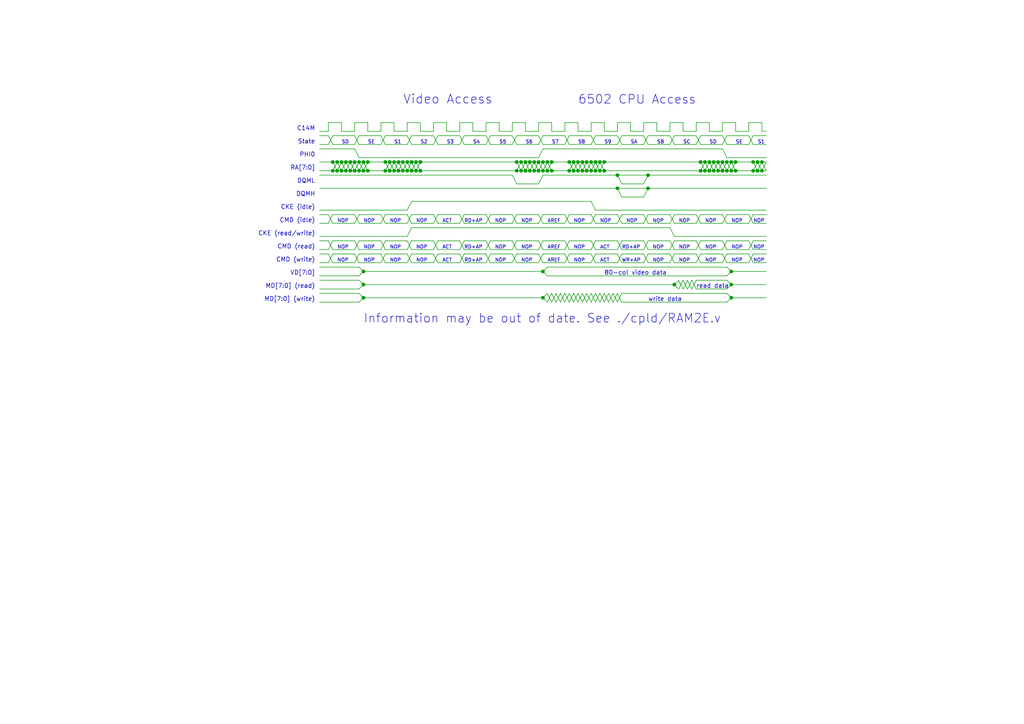
<source format=kicad_sch>
(kicad_sch (version 20230121) (generator eeschema)
  (paper "A4")
  (title_block (title "GW4203B (RAM2E II) - LCMXO2-640 / LCMXO2-1200") (date "2024-04-24") (rev "2.1") (company "Garrett's Workshop"))
  (lib_symbols)
  (junction (at 218.44 46.99))
  (junction (at 218.44 49.53))
  (junction (at 210.82 46.99))
  (junction (at 102.87 46.99))
  (junction (at 207.01 46.99))
  (junction (at 149.86 46.99))
  (junction (at 157.48 46.99))
  (junction (at 209.55 46.99))
  (junction (at 120.65 46.99))
  (junction (at 116.84 46.99))
  (junction (at 121.92 46.99))
  (junction (at 153.67 46.99))
  (junction (at 212.09 46.99))
  (junction (at 114.3 49.53))
  (junction (at 187.96 54.61))
  (junction (at 167.64 46.99))
  (junction (at 101.6 49.53))
  (junction (at 220.98 46.99))
  (junction (at 104.14 49.53))
  (junction (at 158.75 49.53))
  (junction (at 115.57 46.99))
  (junction (at 187.96 50.8))
  (junction (at 212.09 82.55))
  (junction (at 170.18 49.53))
  (junction (at 106.68 49.53))
  (junction (at 157.48 49.53))
  (junction (at 168.91 49.53))
  (junction (at 106.68 46.99))
  (junction (at 219.71 46.99))
  (junction (at 207.01 49.53))
  (junction (at 105.41 82.55))
  (junction (at 105.41 49.53))
  (junction (at 119.38 46.99))
  (junction (at 171.45 46.99))
  (junction (at 179.07 54.61))
  (junction (at 205.74 49.53))
  (junction (at 105.41 78.74))
  (junction (at 99.06 49.53))
  (junction (at 156.21 49.53))
  (junction (at 115.57 49.53))
  (junction (at 179.07 50.8))
  (junction (at 154.94 46.99))
  (junction (at 111.76 49.53))
  (junction (at 173.99 46.99))
  (junction (at 208.28 46.99))
  (junction (at 203.2 49.53))
  (junction (at 157.48 86.36))
  (junction (at 118.11 46.99))
  (junction (at 153.67 49.53))
  (junction (at 213.36 49.53))
  (junction (at 209.55 49.53))
  (junction (at 204.47 49.53))
  (junction (at 160.02 49.53))
  (junction (at 100.33 49.53))
  (junction (at 212.09 86.36))
  (junction (at 96.52 46.99))
  (junction (at 166.37 46.99))
  (junction (at 113.03 49.53))
  (junction (at 119.38 49.53))
  (junction (at 116.84 49.53))
  (junction (at 120.65 49.53))
  (junction (at 175.26 46.99))
  (junction (at 220.98 49.53))
  (junction (at 170.18 46.99))
  (junction (at 172.72 46.99))
  (junction (at 156.21 46.99))
  (junction (at 158.75 46.99))
  (junction (at 175.26 49.53))
  (junction (at 219.71 49.53))
  (junction (at 102.87 49.53))
  (junction (at 213.36 46.99))
  (junction (at 212.09 78.74))
  (junction (at 205.74 46.99))
  (junction (at 210.82 49.53))
  (junction (at 152.4 46.99))
  (junction (at 105.41 46.99))
  (junction (at 97.79 49.53))
  (junction (at 172.72 49.53))
  (junction (at 173.99 49.53))
  (junction (at 212.09 49.53))
  (junction (at 99.06 46.99))
  (junction (at 154.94 49.53))
  (junction (at 104.14 46.99))
  (junction (at 96.52 49.53))
  (junction (at 111.76 46.99))
  (junction (at 167.64 49.53))
  (junction (at 166.37 49.53))
  (junction (at 100.33 46.99))
  (junction (at 149.86 49.53))
  (junction (at 114.3 46.99))
  (junction (at 101.6 46.99))
  (junction (at 203.2 46.99))
  (junction (at 118.11 49.53))
  (junction (at 113.03 46.99))
  (junction (at 152.4 49.53))
  (junction (at 151.13 49.53))
  (junction (at 105.41 86.36))
  (junction (at 208.28 49.53))
  (junction (at 171.45 49.53))
  (junction (at 160.02 46.99))
  (junction (at 165.1 46.99))
  (junction (at 168.91 46.99))
  (junction (at 151.13 46.99))
  (junction (at 204.47 46.99))
  (junction (at 97.79 46.99))
  (junction (at 195.58 82.55))
  (junction (at 157.48 78.74))
  (junction (at 165.1 49.53))
  (junction (at 121.92 49.53))
  (wire (pts (xy 118.11 76.2) (xy 119.38 73.66)))
  (wire (pts (xy 111.76 72.39) (xy 118.11 72.39)))
  (wire (pts (xy 171.45 41.91) (xy 172.72 39.37)))
  (wire (pts (xy 167.64 85.09) (xy 168.91 87.63)))
  (wire (pts (xy 217.17 69.85) (xy 210.82 69.85)))
  (wire (pts (xy 163.83 87.63) (xy 165.1 85.09)))
  (wire (pts (xy 133.35 69.85) (xy 127 69.85)))
  (wire (pts (xy 149.86 46.99) (xy 151.13 46.99)))
  (wire (pts (xy 218.44 49.53) (xy 219.71 46.99)))
  (wire (pts (xy 148.59 69.85) (xy 142.24 69.85)))
  (wire (pts (xy 105.41 82.55) (xy 195.58 82.55)))
  (wire (pts (xy 201.93 76.2) (xy 203.2 73.66)))
  (wire (pts (xy 110.49 69.85) (xy 111.76 72.39)))
  (wire (pts (xy 198.12 35.56) (xy 198.12 38.1)))
  (wire (pts (xy 118.11 38.1) (xy 118.11 35.56)))
  (wire (pts (xy 110.49 64.77) (xy 111.76 62.23)))
  (wire (pts (xy 99.06 35.56) (xy 95.25 35.56)))
  (wire (pts (xy 100.33 46.99) (xy 101.6 49.53)))
  (wire (pts (xy 153.67 46.99) (xy 154.94 49.53)))
  (wire (pts (xy 102.87 62.23) (xy 96.52 62.23)))
  (wire (pts (xy 172.72 85.09) (xy 173.99 87.63)))
  (wire (pts (xy 209.55 62.23) (xy 210.82 64.77)))
  (wire (pts (xy 157.48 86.36) (xy 105.41 86.36)))
  (wire (pts (xy 151.13 49.53) (xy 152.4 46.99)))
  (wire (pts (xy 133.35 73.66) (xy 127 73.66)))
  (wire (pts (xy 133.35 72.39) (xy 134.62 69.85)))
  (wire (pts (xy 101.6 46.99) (xy 102.87 49.53)))
  (wire (pts (xy 217.17 62.23) (xy 210.82 62.23)))
  (wire (pts (xy 165.1 72.39) (xy 171.45 72.39)))
  (wire (pts (xy 186.69 76.2) (xy 187.96 73.66)))
  (wire (pts (xy 210.82 45.72) (xy 222.25 45.72)))
  (wire (pts (xy 96.52 41.91) (xy 102.87 41.91)))
  (wire (pts (xy 133.35 38.1) (xy 133.35 35.56)))
  (wire (pts (xy 125.73 39.37) (xy 119.38 39.37)))
  (wire (pts (xy 179.07 87.63) (xy 180.34 85.09)))
  (wire (pts (xy 102.87 49.53) (xy 104.14 49.53)))
  (wire (pts (xy 156.21 69.85) (xy 157.48 72.39)))
  (wire (pts (xy 179.07 64.77) (xy 180.34 62.23)))
  (wire (pts (xy 154.94 46.99) (xy 156.21 49.53)))
  (wire (pts (xy 172.72 49.53) (xy 173.99 49.53)))
  (wire (pts (xy 111.76 46.99) (xy 113.03 49.53)))
  (wire (pts (xy 100.33 46.99) (xy 101.6 46.99)))
  (wire (pts (xy 180.34 72.39) (xy 186.69 72.39)))
  (wire (pts (xy 158.75 80.01) (xy 210.82 80.01)))
  (wire (pts (xy 149.86 41.91) (xy 156.21 41.91)))
  (wire (pts (xy 186.69 53.34) (xy 187.96 50.8)))
  (wire (pts (xy 212.09 78.74) (xy 210.82 80.01)))
  (wire (pts (xy 220.98 35.56) (xy 220.98 38.1)))
  (wire (pts (xy 170.18 46.99) (xy 171.45 49.53)))
  (wire (pts (xy 114.3 35.56) (xy 114.3 38.1)))
  (wire (pts (xy 160.02 38.1) (xy 163.83 38.1)))
  (wire (pts (xy 166.37 85.09) (xy 167.64 87.63)))
  (wire (pts (xy 194.31 72.39) (xy 195.58 69.85)))
  (wire (pts (xy 118.11 72.39) (xy 119.38 69.85)))
  (wire (pts (xy 212.09 46.99) (xy 213.36 49.53)))
  (wire (pts (xy 96.52 49.53) (xy 97.79 46.99)))
  (wire (pts (xy 195.58 64.77) (xy 201.93 64.77)))
  (wire (pts (xy 153.67 46.99) (xy 154.94 46.99)))
  (wire (pts (xy 148.59 35.56) (xy 152.4 35.56)))
  (wire (pts (xy 179.07 69.85) (xy 172.72 69.85)))
  (wire (pts (xy 92.71 83.82) (xy 104.14 83.82)))
  (wire (pts (xy 118.11 68.58) (xy 92.71 68.58)))
  (wire (pts (xy 205.74 38.1) (xy 209.55 38.1)))
  (wire (pts (xy 118.11 69.85) (xy 111.76 69.85)))
  (wire (pts (xy 212.09 82.55) (xy 222.25 82.55)))
  (wire (pts (xy 173.99 85.09) (xy 175.26 87.63)))
  (wire (pts (xy 186.69 41.91) (xy 187.96 39.37)))
  (wire (pts (xy 152.4 38.1) (xy 156.21 38.1)))
  (wire (pts (xy 194.31 39.37) (xy 187.96 39.37)))
  (wire (pts (xy 99.06 35.56) (xy 99.06 38.1)))
  (wire (pts (xy 96.52 46.99) (xy 97.79 46.99)))
  (wire (pts (xy 195.58 41.91) (xy 201.93 41.91)))
  (wire (pts (xy 151.13 49.53) (xy 152.4 49.53)))
  (wire (pts (xy 168.91 46.99) (xy 170.18 49.53)))
  (wire (pts (xy 201.93 83.82) (xy 210.82 83.82)))
  (wire (pts (xy 92.71 77.47) (xy 104.14 77.47)))
  (wire (pts (xy 171.45 73.66) (xy 172.72 76.2)))
  (wire (pts (xy 171.45 64.77) (xy 172.72 62.23)))
  (wire (pts (xy 118.11 39.37) (xy 119.38 41.91)))
  (wire (pts (xy 110.49 62.23) (xy 111.76 64.77)))
  (wire (pts (xy 133.35 39.37) (xy 134.62 41.91)))
  (wire (pts (xy 119.38 72.39) (xy 125.73 72.39)))
  (wire (pts (xy 110.49 69.85) (xy 104.14 69.85)))
  (wire (pts (xy 163.83 64.77) (xy 165.1 62.23)))
  (wire (pts (xy 110.49 39.37) (xy 104.14 39.37)))
  (wire (pts (xy 160.02 46.99) (xy 165.1 46.99)))
  (wire (pts (xy 95.25 72.39) (xy 96.52 69.85)))
  (wire (pts (xy 222.25 39.37) (xy 218.44 39.37)))
  (wire (pts (xy 194.31 69.85) (xy 187.96 69.85)))
  (wire (pts (xy 105.41 82.55) (xy 104.14 83.82)))
  (wire (pts (xy 209.55 69.85) (xy 203.2 69.85)))
  (wire (pts (xy 201.93 64.77) (xy 203.2 62.23)))
  (wire (pts (xy 137.16 35.56) (xy 137.16 38.1)))
  (wire (pts (xy 95.25 64.77) (xy 96.52 62.23)))
  (wire (pts (xy 198.12 38.1) (xy 201.93 38.1)))
  (wire (pts (xy 104.14 76.2) (xy 110.49 76.2)))
  (wire (pts (xy 102.87 39.37) (xy 104.14 41.91)))
  (wire (pts (xy 209.55 41.91) (xy 210.82 39.37)))
  (wire (pts (xy 179.07 54.61) (xy 180.34 57.15)))
  (wire (pts (xy 205.74 46.99) (xy 207.01 49.53)))
  (wire (pts (xy 104.14 41.91) (xy 110.49 41.91)))
  (wire (pts (xy 92.71 80.01) (xy 104.14 80.01)))
  (wire (pts (xy 125.73 76.2) (xy 127 73.66)))
  (wire (pts (xy 101.6 49.53) (xy 102.87 46.99)))
  (wire (pts (xy 110.49 73.66) (xy 111.76 76.2)))
  (wire (pts (xy 201.93 69.85) (xy 195.58 69.85)))
  (wire (pts (xy 180.34 41.91) (xy 186.69 41.91)))
  (wire (pts (xy 156.21 39.37) (xy 149.86 39.37)))
  (wire (pts (xy 203.2 41.91) (xy 209.55 41.91)))
  (wire (pts (xy 219.71 49.53) (xy 220.98 46.99)))
  (wire (pts (xy 195.58 82.55) (xy 196.85 81.28)))
  (wire (pts (xy 99.06 49.53) (xy 100.33 49.53)))
  (wire (pts (xy 140.97 64.77) (xy 142.24 62.23)))
  (wire (pts (xy 120.65 46.99) (xy 121.92 46.99)))
  (wire (pts (xy 170.18 49.53) (xy 171.45 46.99)))
  (wire (pts (xy 203.2 49.53) (xy 204.47 49.53)))
  (wire (pts (xy 106.68 46.99) (xy 111.76 46.99)))
  (wire (pts (xy 95.25 69.85) (xy 92.71 69.85)))
  (wire (pts (xy 171.45 46.99) (xy 172.72 49.53)))
  (wire (pts (xy 186.69 69.85) (xy 180.34 69.85)))
  (wire (pts (xy 95.25 62.23) (xy 92.71 62.23)))
  (wire (pts (xy 104.14 46.99) (xy 105.41 49.53)))
  (wire (pts (xy 209.55 39.37) (xy 203.2 39.37)))
  (wire (pts (xy 168.91 85.09) (xy 170.18 87.63)))
  (wire (pts (xy 127 64.77) (xy 133.35 64.77)))
  (wire (pts (xy 149.86 72.39) (xy 156.21 72.39)))
  (wire (pts (xy 166.37 46.99) (xy 167.64 46.99)))
  (wire (pts (xy 175.26 38.1) (xy 179.07 38.1)))
  (wire (pts (xy 203.2 76.2) (xy 209.55 76.2)))
  (wire (pts (xy 97.79 49.53) (xy 99.06 49.53)))
  (wire (pts (xy 120.65 49.53) (xy 121.92 49.53)))
  (wire (pts (xy 209.55 73.66) (xy 203.2 73.66)))
  (wire (pts (xy 217.17 39.37) (xy 218.44 41.91)))
  (wire (pts (xy 204.47 46.99) (xy 205.74 49.53)))
  (wire (pts (xy 194.31 66.04) (xy 195.58 68.58)))
  (wire (pts (xy 179.07 50.8) (xy 180.34 53.34)))
  (wire (pts (xy 167.64 35.56) (xy 167.64 38.1)))
  (wire (pts (xy 156.21 46.99) (xy 157.48 49.53)))
  (wire (pts (xy 186.69 39.37) (xy 187.96 41.91)))
  (wire (pts (xy 210.82 41.91) (xy 217.17 41.91)))
  (wire (pts (xy 125.73 64.77) (xy 127 62.23)))
  (wire (pts (xy 172.72 72.39) (xy 179.07 72.39)))
  (wire (pts (xy 129.54 38.1) (xy 133.35 38.1)))
  (wire (pts (xy 194.31 35.56) (xy 198.12 35.56)))
  (wire (pts (xy 194.31 38.1) (xy 194.31 35.56)))
  (wire (pts (xy 172.72 64.77) (xy 179.07 64.77)))
  (wire (pts (xy 119.38 49.53) (xy 120.65 46.99)))
  (wire (pts (xy 102.87 73.66) (xy 104.14 76.2)))
  (wire (pts (xy 163.83 35.56) (xy 167.64 35.56)))
  (wire (pts (xy 182.88 38.1) (xy 186.69 38.1)))
  (wire (pts (xy 194.31 39.37) (xy 195.58 41.91)))
  (wire (pts (xy 179.07 39.37) (xy 180.34 41.91)))
  (wire (pts (xy 156.21 73.66) (xy 157.48 76.2)))
  (wire (pts (xy 133.35 62.23) (xy 134.62 64.77)))
  (wire (pts (xy 133.35 76.2) (xy 134.62 73.66)))
  (wire (pts (xy 209.55 39.37) (xy 210.82 41.91)))
  (wire (pts (xy 157.48 46.99) (xy 158.75 46.99)))
  (wire (pts (xy 212.09 49.53) (xy 213.36 46.99)))
  (wire (pts (xy 165.1 87.63) (xy 166.37 85.09)))
  (wire (pts (xy 210.82 81.28) (xy 212.09 82.55)))
  (wire (pts (xy 163.83 38.1) (xy 163.83 35.56)))
  (wire (pts (xy 102.87 49.53) (xy 104.14 46.99)))
  (wire (pts (xy 140.97 35.56) (xy 144.78 35.56)))
  (wire (pts (xy 207.01 49.53) (xy 208.28 46.99)))
  (wire (pts (xy 154.94 49.53) (xy 156.21 49.53)))
  (wire (pts (xy 194.31 64.77) (xy 195.58 62.23)))
  (wire (pts (xy 142.24 41.91) (xy 148.59 41.91)))
  (wire (pts (xy 179.07 72.39) (xy 180.34 69.85)))
  (wire (pts (xy 171.45 69.85) (xy 172.72 72.39)))
  (wire (pts (xy 140.97 73.66) (xy 142.24 76.2)))
  (wire (pts (xy 204.47 49.53) (xy 205.74 49.53)))
  (wire (pts (xy 201.93 62.23) (xy 195.58 62.23)))
  (wire (pts (xy 158.75 85.09) (xy 160.02 87.63)))
  (wire (pts (xy 179.07 62.23) (xy 172.72 62.23)))
  (wire (pts (xy 104.14 64.77) (xy 110.49 64.77)))
  (wire (pts (xy 172.72 60.96) (xy 222.25 60.96)))
  (wire (pts (xy 199.39 83.82) (xy 200.66 81.28)))
  (wire (pts (xy 158.75 49.53) (xy 160.02 46.99)))
  (wire (pts (xy 167.64 46.99) (xy 168.91 46.99)))
  (wire (pts (xy 196.85 83.82) (xy 198.12 81.28)))
  (wire (pts (xy 125.73 72.39) (xy 127 69.85)))
  (wire (pts (xy 163.83 62.23) (xy 165.1 64.77)))
  (wire (pts (xy 149.86 46.99) (xy 151.13 49.53)))
  (wire (pts (xy 114.3 46.99) (xy 115.57 49.53)))
  (wire (pts (xy 171.45 73.66) (xy 165.1 73.66)))
  (wire (pts (xy 156.21 39.37) (xy 157.48 41.91)))
  (wire (pts (xy 195.58 72.39) (xy 201.93 72.39)))
  (wire (pts (xy 118.11 39.37) (xy 111.76 39.37)))
  (wire (pts (xy 213.36 46.99) (xy 218.44 46.99)))
  (wire (pts (xy 111.76 64.77) (xy 118.11 64.77)))
  (wire (pts (xy 115.57 49.53) (xy 116.84 49.53)))
  (wire (pts (xy 95.25 38.1) (xy 92.71 38.1)))
  (wire (pts (xy 171.45 62.23) (xy 172.72 64.77)))
  (wire (pts (xy 163.83 73.66) (xy 157.48 73.66)))
  (wire (pts (xy 199.39 81.28) (xy 200.66 83.82)))
  (wire (pts (xy 156.21 64.77) (xy 157.48 62.23)))
  (wire (pts (xy 175.26 46.99) (xy 203.2 46.99)))
  (wire (pts (xy 102.87 69.85) (xy 96.52 69.85)))
  (wire (pts (xy 140.97 69.85) (xy 134.62 69.85)))
  (wire (pts (xy 121.92 38.1) (xy 125.73 38.1)))
  (wire (pts (xy 106.68 35.56) (xy 106.68 38.1)))
  (wire (pts (xy 96.52 46.99) (xy 97.79 49.53)))
  (wire (pts (xy 120.65 49.53) (xy 121.92 46.99)))
  (wire (pts (xy 134.62 76.2) (xy 140.97 76.2)))
  (wire (pts (xy 154.94 46.99) (xy 156.21 46.99)))
  (wire (pts (xy 177.8 87.63) (xy 179.07 85.09)))
  (wire (pts (xy 173.99 46.99) (xy 175.26 46.99)))
  (wire (pts (xy 198.12 81.28) (xy 199.39 83.82)))
  (wire (pts (xy 173.99 49.53) (xy 175.26 46.99)))
  (wire (pts (xy 213.36 35.56) (xy 213.36 38.1)))
  (wire (pts (xy 165.1 49.53) (xy 166.37 46.99)))
  (wire (pts (xy 156.21 62.23) (xy 149.86 62.23)))
  (wire (pts (xy 217.17 72.39) (xy 218.44 69.85)))
  (wire (pts (xy 105.41 78.74) (xy 157.48 78.74)))
  (wire (pts (xy 133.35 62.23) (xy 127 62.23)))
  (wire (pts (xy 110.49 73.66) (xy 104.14 73.66)))
  (wire (pts (xy 110.49 41.91) (xy 111.76 39.37)))
  (wire (pts (xy 148.59 50.8) (xy 149.86 53.34)))
  (wire (pts (xy 95.25 72.39) (xy 92.71 72.39)))
  (wire (pts (xy 170.18 49.53) (xy 171.45 49.53)))
  (wire (pts (xy 186.69 73.66) (xy 180.34 73.66)))
  (wire (pts (xy 161.29 87.63) (xy 162.56 85.09)))
  (wire (pts (xy 118.11 73.66) (xy 111.76 73.66)))
  (wire (pts (xy 133.35 64.77) (xy 134.62 62.23)))
  (wire (pts (xy 114.3 46.99) (xy 115.57 46.99)))
  (wire (pts (xy 105.41 86.36) (xy 104.14 87.63)))
  (wire (pts (xy 163.83 85.09) (xy 165.1 87.63)))
  (wire (pts (xy 148.59 39.37) (xy 142.24 39.37)))
  (wire (pts (xy 171.45 46.99) (xy 172.72 46.99)))
  (wire (pts (xy 179.07 38.1) (xy 179.07 35.56)))
  (wire (pts (xy 156.21 35.56) (xy 160.02 35.56)))
  (wire (pts (xy 201.93 62.23) (xy 203.2 64.77)))
  (wire (pts (xy 171.45 72.39) (xy 172.72 69.85)))
  (wire (pts (xy 119.38 46.99) (xy 120.65 49.53)))
  (wire (pts (xy 140.97 72.39) (xy 142.24 69.85)))
  (wire (pts (xy 163.83 62.23) (xy 157.48 62.23)))
  (wire (pts (xy 217.17 76.2) (xy 218.44 73.66)))
  (wire (pts (xy 120.65 46.99) (xy 121.92 49.53)))
  (wire (pts (xy 218.44 64.77) (xy 222.25 64.77)))
  (wire (pts (xy 186.69 62.23) (xy 180.34 62.23)))
  (wire (pts (xy 168.91 49.53) (xy 170.18 49.53)))
  (wire (pts (xy 201.93 35.56) (xy 205.74 35.56)))
  (wire (pts (xy 220.98 46.99) (xy 222.25 49.53)))
  (wire (pts (xy 154.94 49.53) (xy 156.21 46.99)))
  (wire (pts (xy 179.07 35.56) (xy 182.88 35.56)))
  (wire (pts (xy 156.21 76.2) (xy 157.48 73.66)))
  (wire (pts (xy 118.11 41.91) (xy 119.38 39.37)))
  (wire (pts (xy 148.59 62.23) (xy 142.24 62.23)))
  (wire (pts (xy 182.88 35.56) (xy 182.88 38.1)))
  (wire (pts (xy 156.21 53.34) (xy 157.48 50.8)))
  (wire (pts (xy 134.62 72.39) (xy 140.97 72.39)))
  (wire (pts (xy 102.87 39.37) (xy 96.52 39.37)))
  (wire (pts (xy 144.78 38.1) (xy 148.59 38.1)))
  (wire (pts (xy 99.06 49.53) (xy 100.33 46.99)))
  (wire (pts (xy 140.97 39.37) (xy 142.24 41.91)))
  (wire (pts (xy 171.45 85.09) (xy 172.72 87.63)))
  (wire (pts (xy 201.93 81.28) (xy 210.82 81.28)))
  (wire (pts (xy 176.53 87.63) (xy 177.8 85.09)))
  (wire (pts (xy 222.25 62.23) (xy 218.44 62.23)))
  (wire (pts (xy 167.64 49.53) (xy 168.91 46.99)))
  (wire (pts (xy 95.25 76.2) (xy 92.71 76.2)))
  (wire (pts (xy 172.72 46.99) (xy 173.99 46.99)))
  (wire (pts (xy 118.11 35.56) (xy 121.92 35.56)))
  (wire (pts (xy 196.85 81.28) (xy 198.12 83.82)))
  (wire (pts (xy 210.82 76.2) (xy 217.17 76.2)))
  (wire (pts (xy 217.17 69.85) (xy 218.44 72.39)))
  (wire (pts (xy 153.67 49.53) (xy 154.94 49.53)))
  (wire (pts (xy 100.33 49.53) (xy 101.6 49.53)))
  (wire (pts (xy 104.14 46.99) (xy 105.41 46.99)))
  (wire (pts (xy 163.83 39.37) (xy 165.1 41.91)))
  (wire (pts (xy 148.59 73.66) (xy 149.86 76.2)))
  (wire (pts (xy 201.93 73.66) (xy 203.2 76.2)))
  (wire (pts (xy 207.01 46.99) (xy 208.28 46.99)))
  (wire (pts (xy 201.93 38.1) (xy 201.93 35.56)))
  (wire (pts (xy 157.48 41.91) (xy 163.83 41.91)))
  (wire (pts (xy 110.49 76.2) (xy 111.76 73.66)))
  (wire (pts (xy 156.21 38.1) (xy 156.21 35.56)))
  (wire (pts (xy 104.14 49.53) (xy 105.41 46.99)))
  (wire (pts (xy 119.38 41.91) (xy 125.73 41.91)))
  (wire (pts (xy 158.75 77.47) (xy 210.82 77.47)))
  (wire (pts (xy 92.71 49.53) (xy 96.52 49.53)))
  (wire (pts (xy 140.97 41.91) (xy 142.24 39.37)))
  (wire (pts (xy 210.82 46.99) (xy 212.09 49.53)))
  (wire (pts (xy 140.97 76.2) (xy 142.24 73.66)))
  (wire (pts (xy 201.93 39.37) (xy 203.2 41.91)))
  (wire (pts (xy 179.07 69.85) (xy 180.34 72.39)))
  (wire (pts (xy 179.07 50.8) (xy 187.96 50.8)))
  (wire (pts (xy 171.45 58.42) (xy 172.72 60.96)))
  (wire (pts (xy 101.6 46.99) (xy 102.87 46.99)))
  (wire (pts (xy 194.31 62.23) (xy 195.58 64.77)))
  (wire (pts (xy 165.1 85.09) (xy 166.37 87.63)))
  (wire (pts (xy 96.52 72.39) (xy 102.87 72.39)))
  (wire (pts (xy 115.57 46.99) (xy 116.84 49.53)))
  (wire (pts (xy 217.17 73.66) (xy 210.82 73.66)))
  (wire (pts (xy 217.17 64.77) (xy 218.44 62.23)))
  (wire (pts (xy 140.97 69.85) (xy 142.24 72.39)))
  (wire (pts (xy 205.74 35.56) (xy 205.74 38.1)))
  (wire (pts (xy 173.99 46.99) (xy 175.26 49.53)))
  (wire (pts (xy 180.34 76.2) (xy 186.69 76.2)))
  (wire (pts (xy 114.3 49.53) (xy 115.57 49.53)))
  (wire (pts (xy 95.25 73.66) (xy 92.71 73.66)))
  (wire (pts (xy 163.83 73.66) (xy 165.1 76.2)))
  (wire (pts (xy 133.35 39.37) (xy 127 39.37)))
  (wire (pts (xy 205.74 46.99) (xy 207.01 46.99)))
  (wire (pts (xy 158.75 46.99) (xy 160.02 46.99)))
  (wire (pts (xy 140.97 73.66) (xy 134.62 73.66)))
  (wire (pts (xy 156.21 49.53) (xy 157.48 49.53)))
  (wire (pts (xy 92.71 54.61) (xy 179.07 54.61)))
  (wire (pts (xy 209.55 72.39) (xy 210.82 69.85)))
  (wire (pts (xy 148.59 69.85) (xy 149.86 72.39)))
  (wire (pts (xy 118.11 46.99) (xy 119.38 46.99)))
  (wire (pts (xy 210.82 49.53) (xy 212.09 46.99)))
  (wire (pts (xy 171.45 39.37) (xy 165.1 39.37)))
  (wire (pts (xy 166.37 87.63) (xy 167.64 85.09)))
  (wire (pts (xy 212.09 49.53) (xy 213.36 49.53)))
  (wire (pts (xy 118.11 60.96) (xy 92.71 60.96)))
  (wire (pts (xy 173.99 87.63) (xy 175.26 85.09)))
  (wire (pts (xy 105.41 46.99) (xy 106.68 46.99)))
  (wire (pts (xy 92.71 87.63) (xy 104.14 87.63)))
  (wire (pts (xy 190.5 35.56) (xy 190.5 38.1)))
  (wire (pts (xy 125.73 41.91) (xy 127 39.37)))
  (wire (pts (xy 133.35 69.85) (xy 134.62 72.39)))
  (wire (pts (xy 212.09 82.55) (xy 210.82 83.82)))
  (wire (pts (xy 165.1 46.99) (xy 166.37 49.53)))
  (wire (pts (xy 104.14 49.53) (xy 105.41 49.53)))
  (wire (pts (xy 148.59 72.39) (xy 149.86 69.85)))
  (wire (pts (xy 157.48 86.36) (xy 158.75 87.63)))
  (wire (pts (xy 220.98 46.99) (xy 222.25 46.99)))
  (wire (pts (xy 134.62 64.77) (xy 140.97 64.77)))
  (wire (pts (xy 179.07 73.66) (xy 172.72 73.66)))
  (wire (pts (xy 172.72 46.99) (xy 173.99 49.53)))
  (wire (pts (xy 212.09 86.36) (xy 210.82 87.63)))
  (wire (pts (xy 125.73 69.85) (xy 119.38 69.85)))
  (wire (pts (xy 142.24 72.39) (xy 148.59 72.39)))
  (wire (pts (xy 121.92 46.99) (xy 149.86 46.99)))
  (wire (pts (xy 186.69 72.39) (xy 187.96 69.85)))
  (wire (pts (xy 95.25 64.77) (xy 92.71 64.77)))
  (wire (pts (xy 176.53 85.09) (xy 177.8 87.63)))
  (wire (pts (xy 160.02 85.09) (xy 161.29 87.63)))
  (wire (pts (xy 156.21 41.91) (xy 157.48 39.37)))
  (wire (pts (xy 99.06 46.99) (xy 100.33 46.99)))
  (wire (pts (xy 156.21 45.72) (xy 157.48 43.18)))
  (wire (pts (xy 119.38 64.77) (xy 125.73 64.77)))
  (wire (pts (xy 102.87 72.39) (xy 104.14 69.85)))
  (wire (pts (xy 194.31 76.2) (xy 195.58 73.66)))
  (wire (pts (xy 160.02 87.63) (xy 161.29 85.09)))
  (wire (pts (xy 118.11 49.53) (xy 119.38 46.99)))
  (wire (pts (xy 194.31 69.85) (xy 195.58 72.39)))
  (wire (pts (xy 121.92 35.56) (xy 121.92 38.1)))
  (wire (pts (xy 102.87 46.99) (xy 104.14 49.53)))
  (wire (pts (xy 152.4 49.53) (xy 153.67 46.99)))
  (wire (pts (xy 114.3 49.53) (xy 115.57 46.99)))
  (wire (pts (xy 218.44 72.39) (xy 222.25 72.39)))
  (wire (pts (xy 194.31 66.04) (xy 119.38 66.04)))
  (wire (pts (xy 217.17 73.66) (xy 218.44 76.2)))
  (wire (pts (xy 213.36 38.1) (xy 217.17 38.1)))
  (wire (pts (xy 113.03 49.53) (xy 114.3 49.53)))
  (wire (pts (xy 102.87 69.85) (xy 104.14 72.39)))
  (wire (pts (xy 210.82 72.39) (xy 217.17 72.39)))
  (wire (pts (xy 175.26 87.63) (xy 176.53 85.09)))
  (wire (pts (xy 110.49 72.39) (xy 111.76 69.85)))
  (wire (pts (xy 179.07 85.09) (xy 180.34 87.63)))
  (wire (pts (xy 217.17 38.1) (xy 217.17 35.56)))
  (wire (pts (xy 149.86 49.53) (xy 151.13 49.53)))
  (wire (pts (xy 209.55 76.2) (xy 210.82 73.66)))
  (wire (pts (xy 96.52 64.77) (xy 102.87 64.77)))
  (wire (pts (xy 119.38 66.04) (xy 118.11 68.58)))
  (wire (pts (xy 179.07 39.37) (xy 172.72 39.37)))
  (wire (pts (xy 179.07 62.23) (xy 180.34 64.77)))
  (wire (pts (xy 102.87 43.18) (xy 104.14 45.72)))
  (wire (pts (xy 163.83 76.2) (xy 165.1 73.66)))
  (wire (pts (xy 157.48 78.74) (xy 158.75 77.47)))
  (wire (pts (xy 217.17 39.37) (xy 210.82 39.37)))
  (wire (pts (xy 157.48 64.77) (xy 163.83 64.77)))
  (wire (pts (xy 201.93 39.37) (xy 195.58 39.37)))
  (wire (pts (xy 186.69 69.85) (xy 187.96 72.39)))
  (wire (pts (xy 167.64 46.99) (xy 168.91 49.53)))
  (wire (pts (xy 111.76 49.53) (xy 113.03 46.99)))
  (wire (pts (xy 187.96 72.39) (xy 194.31 72.39)))
  (wire (pts (xy 190.5 38.1) (xy 194.31 38.1)))
  (wire (pts (xy 163.83 69.85) (xy 157.48 69.85)))
  (wire (pts (xy 149.86 64.77) (xy 156.21 64.77)))
  (wire (pts (xy 207.01 49.53) (xy 208.28 49.53)))
  (wire (pts (xy 186.69 57.15) (xy 187.96 54.61)))
  (wire (pts (xy 163.83 72.39) (xy 165.1 69.85)))
  (wire (pts (xy 165.1 64.77) (xy 171.45 64.77)))
  (wire (pts (xy 201.93 73.66) (xy 195.58 73.66)))
  (wire (pts (xy 110.49 39.37) (xy 111.76 41.91)))
  (wire (pts (xy 102.87 46.99) (xy 104.14 46.99)))
  (wire (pts (xy 158.75 46.99) (xy 160.02 49.53)))
  (wire (pts (xy 208.28 46.99) (xy 209.55 46.99)))
  (wire (pts (xy 105.41 78.74) (xy 104.14 80.01)))
  (wire (pts (xy 162.56 85.09) (xy 163.83 87.63)))
  (wire (pts (xy 220.98 38.1) (xy 222.25 38.1)))
  (wire (pts (xy 105.41 49.53) (xy 106.68 46.99)))
  (wire (pts (xy 171.45 69.85) (xy 165.1 69.85)))
  (wire (pts (xy 187.96 76.2) (xy 194.31 76.2)))
  (wire (pts (xy 171.45 39.37) (xy 172.72 41.91)))
  (wire (pts (xy 157.48 46.99) (xy 158.75 49.53)))
  (wire (pts (xy 116.84 49.53) (xy 118.11 46.99)))
  (wire (pts (xy 97.79 46.99) (xy 99.06 46.99)))
  (wire (pts (xy 212.09 78.74) (xy 222.25 78.74)))
  (wire (pts (xy 133.35 41.91) (xy 134.62 39.37)))
  (wire (pts (xy 125.73 62.23) (xy 119.38 62.23)))
  (wire (pts (xy 157.48 43.18) (xy 209.55 43.18)))
  (wire (pts (xy 209.55 46.99) (xy 210.82 46.99)))
  (wire (pts (xy 208.28 46.99) (xy 209.55 49.53)))
  (wire (pts (xy 92.71 81.28) (xy 104.14 81.28)))
  (wire (pts (xy 213.36 49.53) (xy 218.44 49.53)))
  (wire (pts (xy 209.55 38.1) (xy 209.55 35.56)))
  (wire (pts (xy 125.73 73.66) (xy 119.38 73.66)))
  (wire (pts (xy 105.41 49.53) (xy 106.68 49.53)))
  (wire (pts (xy 148.59 39.37) (xy 149.86 41.91)))
  (wire (pts (xy 170.18 85.09) (xy 171.45 87.63)))
  (wire (pts (xy 102.87 76.2) (xy 104.14 73.66)))
  (wire (pts (xy 194.31 41.91) (xy 195.58 39.37)))
  (wire (pts (xy 205.74 49.53) (xy 207.01 46.99)))
  (wire (pts (xy 148.59 62.23) (xy 149.86 64.77)))
  (wire (pts (xy 171.45 38.1) (xy 171.45 35.56)))
  (wire (pts (xy 171.45 49.53) (xy 172.72 49.53)))
  (wire (pts (xy 104.14 77.47) (xy 105.41 78.74)))
  (wire (pts (xy 222.25 73.66) (xy 218.44 73.66)))
  (wire (pts (xy 114.3 38.1) (xy 118.11 38.1)))
  (wire (pts (xy 218.44 76.2) (xy 222.25 76.2)))
  (wire (pts (xy 104.14 72.39) (xy 110.49 72.39)))
  (wire (pts (xy 186.69 64.77) (xy 187.96 62.23)))
  (wire (pts (xy 161.29 85.09) (xy 162.56 87.63)))
  (wire (pts (xy 110.49 62.23) (xy 104.14 62.23)))
  (wire (pts (xy 156.21 73.66) (xy 149.86 73.66)))
  (wire (pts (xy 104.14 85.09) (xy 105.41 86.36)))
  (wire (pts (xy 113.03 49.53) (xy 114.3 46.99)))
  (wire (pts (xy 209.55 69.85) (xy 210.82 72.39)))
  (wire (pts (xy 156.21 49.53) (xy 157.48 46.99)))
  (wire (pts (xy 142.24 64.77) (xy 148.59 64.77)))
  (wire (pts (xy 219.71 49.53) (xy 220.98 49.53)))
  (wire (pts (xy 210.82 49.53) (xy 212.09 49.53)))
  (wire (pts (xy 95.25 69.85) (xy 96.52 72.39)))
  (wire (pts (xy 118.11 62.23) (xy 119.38 64.77)))
  (wire (pts (xy 210.82 77.47) (xy 212.09 78.74)))
  (wire (pts (xy 160.02 35.56) (xy 160.02 38.1)))
  (wire (pts (xy 121.92 49.53) (xy 149.86 49.53)))
  (wire (pts (xy 195.58 82.55) (xy 196.85 83.82)))
  (wire (pts (xy 129.54 35.56) (xy 129.54 38.1)))
  (wire (pts (xy 157.48 76.2) (xy 163.83 76.2)))
  (wire (pts (xy 168.91 49.53) (xy 170.18 46.99)))
  (wire (pts (xy 157.48 50.8) (xy 179.07 50.8)))
  (wire (pts (xy 95.25 35.56) (xy 95.25 38.1)))
  (wire (pts (xy 220.98 49.53) (xy 222.25 49.53)))
  (wire (pts (xy 92.71 50.8) (xy 148.59 50.8)))
  (wire (pts (xy 194.31 73.66) (xy 187.96 73.66)))
  (wire (pts (xy 175.26 49.53) (xy 203.2 49.53)))
  (wire (pts (xy 165.1 76.2) (xy 171.45 76.2)))
  (wire (pts (xy 208.28 49.53) (xy 209.55 49.53)))
  (wire (pts (xy 218.44 49.53) (xy 219.71 49.53)))
  (wire (pts (xy 172.72 76.2) (xy 179.07 76.2)))
  (wire (pts (xy 175.26 35.56) (xy 175.26 38.1)))
  (wire (pts (xy 152.4 46.99) (xy 153.67 46.99)))
  (wire (pts (xy 102.87 41.91) (xy 104.14 39.37)))
  (wire (pts (xy 111.76 76.2) (xy 118.11 76.2)))
  (wire (pts (xy 142.24 76.2) (xy 148.59 76.2)))
  (wire (pts (xy 102.87 38.1) (xy 102.87 35.56)))
  (wire (pts (xy 140.97 39.37) (xy 134.62 39.37)))
  (wire (pts (xy 201.93 69.85) (xy 203.2 72.39)))
  (wire (pts (xy 165.1 49.53) (xy 166.37 49.53)))
  (wire (pts (xy 118.11 46.99) (xy 119.38 49.53)))
  (wire (pts (xy 171.45 87.63) (xy 172.72 85.09)))
  (wire (pts (xy 105.41 46.99) (xy 106.68 49.53)))
  (wire (pts (xy 163.83 39.37) (xy 157.48 39.37)))
  (wire (pts (xy 125.73 38.1) (xy 125.73 35.56)))
  (wire (pts (xy 179.07 73.66) (xy 180.34 76.2)))
  (wire (pts (xy 110.49 35.56) (xy 114.3 35.56)))
  (wire (pts (xy 96.52 49.53) (xy 97.79 49.53)))
  (wire (pts (xy 95.25 41.91) (xy 92.71 41.91)))
  (wire (pts (xy 166.37 46.99) (xy 167.64 49.53)))
  (wire (pts (xy 218.44 46.99) (xy 219.71 49.53)))
  (wire (pts (xy 170.18 46.99) (xy 171.45 46.99)))
  (wire (pts (xy 140.97 38.1) (xy 140.97 35.56)))
  (wire (pts (xy 134.62 41.91) (xy 140.97 41.91)))
  (wire (pts (xy 210.82 85.09) (xy 212.09 86.36)))
  (wire (pts (xy 158.75 87.63) (xy 160.02 85.09)))
  (wire (pts (xy 167.64 38.1) (xy 171.45 38.1)))
  (wire (pts (xy 171.45 49.53) (xy 172.72 46.99)))
  (wire (pts (xy 198.12 83.82) (xy 199.39 81.28)))
  (wire (pts (xy 173.99 49.53) (xy 175.26 49.53)))
  (wire (pts (xy 92.71 43.18) (xy 102.87 43.18)))
  (wire (pts (xy 195.58 68.58) (xy 222.25 68.58)))
  (wire (pts (xy 194.31 73.66) (xy 195.58 76.2)))
  (wire (pts (xy 151.13 46.99) (xy 152.4 49.53)))
  (wire (pts (xy 125.73 39.37) (xy 127 41.91)))
  (wire (pts (xy 179.07 76.2) (xy 180.34 73.66)))
  (wire (pts (xy 180.34 57.15) (xy 186.69 57.15)))
  (wire (pts (xy 208.28 49.53) (xy 209.55 46.99)))
  (wire (pts (xy 157.48 86.36) (xy 158.75 85.09)))
  (wire (pts (xy 115.57 46.99) (xy 116.84 46.99)))
  (wire (pts (xy 166.37 49.53) (xy 167.64 46.99)))
  (wire (pts (xy 151.13 46.99) (xy 152.4 46.99)))
  (wire (pts (xy 95.25 41.91) (xy 96.52 39.37)))
  (wire (pts (xy 156.21 72.39) (xy 157.48 69.85)))
  (wire (pts (xy 116.84 46.99) (xy 118.11 46.99)))
  (wire (pts (xy 125.73 35.56) (xy 129.54 35.56)))
  (wire (pts (xy 168.91 87.63) (xy 170.18 85.09)))
  (wire (pts (xy 102.87 35.56) (xy 106.68 35.56)))
  (wire (pts (xy 218.44 41.91) (xy 222.25 41.91)))
  (wire (pts (xy 170.18 87.63) (xy 171.45 85.09)))
  (wire (pts (xy 172.72 41.91) (xy 179.07 41.91)))
  (wire (pts (xy 163.83 41.91) (xy 165.1 39.37)))
  (wire (pts (xy 171.45 58.42) (xy 119.38 58.42)))
  (wire (pts (xy 133.35 73.66) (xy 134.62 76.2)))
  (wire (pts (xy 194.31 62.23) (xy 187.96 62.23)))
  (wire (pts (xy 115.57 49.53) (xy 116.84 46.99)))
  (wire (pts (xy 113.03 46.99) (xy 114.3 49.53)))
  (wire (pts (xy 186.69 73.66) (xy 187.96 76.2)))
  (wire (pts (xy 210.82 64.77) (xy 217.17 64.77)))
  (wire (pts (xy 116.84 49.53) (xy 118.11 49.53)))
  (wire (pts (xy 118.11 64.77) (xy 119.38 62.23)))
  (wire (pts (xy 148.59 64.77) (xy 149.86 62.23)))
  (wire (pts (xy 102.87 64.77) (xy 104.14 62.23)))
  (wire (pts (xy 111.76 41.91) (xy 118.11 41.91)))
  (wire (pts (xy 186.69 39.37) (xy 180.34 39.37)))
  (wire (pts (xy 187.96 54.61) (xy 222.25 54.61)))
  (wire (pts (xy 219.71 46.99) (xy 220.98 46.99)))
  (wire (pts (xy 180.34 64.77) (xy 186.69 64.77)))
  (wire (pts (xy 168.91 46.99) (xy 170.18 46.99)))
  (wire (pts (xy 111.76 46.99) (xy 113.03 46.99)))
  (wire (pts (xy 209.55 62.23) (xy 203.2 62.23)))
  (wire (pts (xy 180.34 53.34) (xy 186.69 53.34)))
  (wire (pts (xy 119.38 49.53) (xy 120.65 49.53)))
  (wire (pts (xy 207.01 46.99) (xy 208.28 49.53)))
  (wire (pts (xy 110.49 38.1) (xy 110.49 35.56)))
  (wire (pts (xy 148.59 38.1) (xy 148.59 35.56)))
  (wire (pts (xy 171.45 76.2) (xy 172.72 73.66)))
  (wire (pts (xy 167.64 49.53) (xy 168.91 49.53)))
  (wire (pts (xy 118.11 62.23) (xy 111.76 62.23)))
  (wire (pts (xy 97.79 46.99) (xy 99.06 49.53)))
  (wire (pts (xy 171.45 35.56) (xy 175.26 35.56)))
  (wire (pts (xy 95.25 73.66) (xy 96.52 76.2)))
  (wire (pts (xy 125.73 73.66) (xy 127 76.2)))
  (wire (pts (xy 217.17 62.23) (xy 218.44 64.77)))
  (wire (pts (xy 144.78 35.56) (xy 144.78 38.1)))
  (wire (pts (xy 187.96 41.91) (xy 194.31 41.91)))
  (wire (pts (xy 205.74 49.53) (xy 207.01 49.53)))
  (wire (pts (xy 152.4 49.53) (xy 153.67 49.53)))
  (wire (pts (xy 179.07 41.91) (xy 180.34 39.37)))
  (wire (pts (xy 186.69 35.56) (xy 190.5 35.56)))
  (wire (pts (xy 195.58 76.2) (xy 201.93 76.2)))
  (wire (pts (xy 96.52 76.2) (xy 102.87 76.2)))
  (wire (pts (xy 209.55 46.99) (xy 210.82 49.53)))
  (wire (pts (xy 102.87 62.23) (xy 104.14 64.77)))
  (wire (pts (xy 92.71 85.09) (xy 104.14 85.09)))
  (wire (pts (xy 119.38 46.99) (xy 120.65 46.99)))
  (wire (pts (xy 95.25 76.2) (xy 96.52 73.66)))
  (wire (pts (xy 187.96 50.8) (xy 222.25 50.8)))
  (wire (pts (xy 212.09 86.36) (xy 222.25 86.36)))
  (wire (pts (xy 156.21 46.99) (xy 157.48 46.99)))
  (wire (pts (xy 209.55 35.56) (xy 213.36 35.56)))
  (wire (pts (xy 127 41.91) (xy 133.35 41.91)))
  (wire (pts (xy 157.48 78.74) (xy 158.75 80.01)))
  (wire (pts (xy 113.03 46.99) (xy 114.3 46.99)))
  (wire (pts (xy 203.2 46.99) (xy 204.47 46.99)))
  (wire (pts (xy 187.96 64.77) (xy 194.31 64.77)))
  (wire (pts (xy 118.11 49.53) (xy 119.38 49.53)))
  (wire (pts (xy 204.47 49.53) (xy 205.74 46.99)))
  (wire (pts (xy 209.55 49.53) (xy 210.82 49.53)))
  (wire (pts (xy 210.82 46.99) (xy 212.09 46.99)))
  (wire (pts (xy 127 72.39) (xy 133.35 72.39)))
  (wire (pts (xy 203.2 49.53) (xy 204.47 46.99)))
  (wire (pts (xy 160.02 49.53) (xy 165.1 49.53)))
  (wire (pts (xy 118.11 69.85) (xy 119.38 72.39)))
  (wire (pts (xy 209.55 64.77) (xy 210.82 62.23)))
  (wire (pts (xy 217.17 41.91) (xy 218.44 39.37)))
  (wire (pts (xy 163.83 69.85) (xy 165.1 72.39)))
  (wire (pts (xy 148.59 41.91) (xy 149.86 39.37)))
  (wire (pts (xy 158.75 49.53) (xy 160.02 49.53)))
  (wire (pts (xy 95.25 39.37) (xy 96.52 41.91)))
  (wire (pts (xy 218.44 46.99) (xy 219.71 46.99)))
  (wire (pts (xy 95.25 39.37) (xy 92.71 39.37)))
  (wire (pts (xy 133.35 35.56) (xy 137.16 35.56)))
  (wire (pts (xy 157.48 72.39) (xy 163.83 72.39)))
  (wire (pts (xy 203.2 46.99) (xy 204.47 49.53)))
  (wire (pts (xy 152.4 35.56) (xy 152.4 38.1)))
  (wire (pts (xy 179.07 54.61) (xy 187.96 54.61)))
  (wire (pts (xy 157.48 49.53) (xy 158.75 46.99)))
  (wire (pts (xy 222.25 69.85) (xy 218.44 69.85)))
  (wire (pts (xy 106.68 49.53) (xy 111.76 49.53)))
  (wire (pts (xy 157.48 49.53) (xy 158.75 49.53)))
  (wire (pts (xy 172.72 49.53) (xy 173.99 46.99)))
  (wire (pts (xy 171.45 62.23) (xy 165.1 62.23)))
  (wire (pts (xy 99.06 46.99) (xy 100.33 49.53)))
  (wire (pts (xy 220.98 49.53) (xy 222.25 46.99)))
  (wire (pts (xy 165.1 41.91) (xy 171.45 41.91)))
  (wire (pts (xy 200.66 83.82) (xy 201.93 81.28)))
  (wire (pts (xy 148.59 73.66) (xy 142.24 73.66)))
  (wire (pts (xy 186.69 38.1) (xy 186.69 35.56)))
  (wire (pts (xy 92.71 46.99) (xy 96.52 46.99)))
  (wire (pts (xy 177.8 85.09) (xy 179.07 87.63)))
  (wire (pts (xy 201.93 72.39) (xy 203.2 69.85)))
  (wire (pts (xy 203.2 72.39) (xy 209.55 72.39)))
  (wire (pts (xy 165.1 46.99) (xy 166.37 46.99)))
  (wire (pts (xy 153.67 49.53) (xy 154.94 46.99)))
  (wire (pts (xy 209.55 43.18) (xy 210.82 45.72)))
  (wire (pts (xy 149.86 49.53) (xy 151.13 46.99)))
  (wire (pts (xy 99.06 38.1) (xy 102.87 38.1)))
  (wire (pts (xy 104.14 81.28) (xy 105.41 82.55)))
  (wire (pts (xy 97.79 49.53) (xy 99.06 46.99)))
  (wire (pts (xy 212.09 46.99) (xy 213.36 46.99)))
  (wire (pts (xy 137.16 38.1) (xy 140.97 38.1)))
  (wire (pts (xy 149.86 76.2) (xy 156.21 76.2)))
  (wire (pts (xy 149.86 53.34) (xy 156.21 53.34)))
  (wire (pts (xy 127 76.2) (xy 133.35 76.2)))
  (wire (pts (xy 148.59 76.2) (xy 149.86 73.66)))
  (wire (pts (xy 140.97 62.23) (xy 142.24 64.77)))
  (wire (pts (xy 119.38 58.42) (xy 118.11 60.96)))
  (wire (pts (xy 172.72 87.63) (xy 173.99 85.09)))
  (wire (pts (xy 209.55 73.66) (xy 210.82 76.2)))
  (wire (pts (xy 204.47 46.99) (xy 205.74 46.99)))
  (wire (pts (xy 156.21 69.85) (xy 149.86 69.85)))
  (wire (pts (xy 104.14 45.72) (xy 156.21 45.72)))
  (wire (pts (xy 166.37 49.53) (xy 167.64 49.53)))
  (wire (pts (xy 203.2 64.77) (xy 209.55 64.77)))
  (wire (pts (xy 162.56 87.63) (xy 163.83 85.09)))
  (wire (pts (xy 116.84 46.99) (xy 118.11 49.53)))
  (wire (pts (xy 209.55 49.53) (xy 210.82 46.99)))
  (wire (pts (xy 180.34 87.63) (xy 210.82 87.63)))
  (wire (pts (xy 95.25 62.23) (xy 96.52 64.77)))
  (wire (pts (xy 119.38 76.2) (xy 125.73 76.2)))
  (wire (pts (xy 111.76 49.53) (xy 113.03 49.53)))
  (wire (pts (xy 140.97 62.23) (xy 134.62 62.23)))
  (wire (pts (xy 175.26 85.09) (xy 176.53 87.63)))
  (wire (pts (xy 152.4 46.99) (xy 153.67 49.53)))
  (wire (pts (xy 106.68 38.1) (xy 110.49 38.1)))
  (wire (pts (xy 118.11 73.66) (xy 119.38 76.2)))
  (wire (pts (xy 102.87 73.66) (xy 96.52 73.66)))
  (wire (pts (xy 217.17 35.56) (xy 220.98 35.56)))
  (wire (pts (xy 180.34 85.09) (xy 210.82 85.09)))
  (wire (pts (xy 186.69 62.23) (xy 187.96 64.77)))
  (wire (pts (xy 201.93 41.91) (xy 203.2 39.37)))
  (wire (pts (xy 125.73 69.85) (xy 127 72.39)))
  (wire (pts (xy 200.66 81.28) (xy 201.93 83.82)))
  (wire (pts (xy 100.33 49.53) (xy 101.6 46.99)))
  (wire (pts (xy 125.73 62.23) (xy 127 64.77)))
  (wire (pts (xy 167.64 87.63) (xy 168.91 85.09)))
  (wire (pts (xy 156.21 62.23) (xy 157.48 64.77)))
  (wire (pts (xy 101.6 49.53) (xy 102.87 49.53)))
  (wire (pts (xy 219.71 46.99) (xy 220.98 49.53)))
  (text "NOP" (at 204.47 64.77 0) (effects (font (size 1.016 1.016)) (justify left bottom)))
  (text "NOP" (at 120.65 76.2 0) (effects (font (size 1.016 1.016)) (justify left bottom)))
  (text "NOP" (at 143.51 64.77 0) (effects (font (size 1.016 1.016)) (justify left bottom)))
  (text "S1" (at 219.71 41.91 0) (effects (font (size 1.016 1.016)) (justify left bottom)))
  (text "NOP" (at 151.13 72.39 0) (effects (font (size 1.016 1.016)) (justify left bottom)))
  (text "Video Access" (at 116.84 30.48 0) (effects (font (size 2.6416 2.6416)) (justify left bottom)))
  (text "MD[7:0] (read)" (at 91.44 83.82 0) (effects (font (size 1.27 1.27)) (justify right bottom)))
  (text "NOP" (at 189.23 64.77 0) (effects (font (size 1.016 1.016)) (justify left bottom)))
  (text "NOP" (at 151.13 64.77 0) (effects (font (size 1.016 1.016)) (justify left bottom)))
  (text "CMD (idle)" (at 91.44 64.77 0) (effects (font (size 1.27 1.27)) (justify right bottom)))
  (text "NOP" (at 143.51 76.2 0) (effects (font (size 1.016 1.016)) (justify left bottom)))
  (text "MD[7:0] (write)" (at 91.44 87.63 0) (effects (font (size 1.27 1.27)) (justify right bottom)))
  (text "ACT" (at 128.27 76.2 0) (effects (font (size 1.016 1.016)) (justify left bottom)))
  (text "NOP" (at 105.41 64.77 0) (effects (font (size 1.016 1.016)) (justify left bottom)))
  (text "NOP" (at 181.61 64.77 0) (effects (font (size 1.016 1.016)) (justify left bottom)))
  (text "NOP" (at 196.85 72.39 0) (effects (font (size 1.016 1.016)) (justify left bottom)))
  (text "NOP" (at 204.47 72.39 0) (effects (font (size 1.016 1.016)) (justify left bottom)))
  (text "ACT" (at 128.27 64.77 0) (effects (font (size 1.016 1.016)) (justify left bottom)))
  (text "NOP" (at 196.85 76.2 0) (effects (font (size 1.016 1.016)) (justify left bottom)))
  (text "DQML" (at 91.44 53.34 0) (effects (font (size 1.27 1.27)) (justify right bottom)))
  (text "CMD (read)" (at 91.44 72.39 0) (effects (font (size 1.27 1.27)) (justify right bottom)))
  (text "Information may be out of date. See ./cpld/RAM2E.v" (at 105.41 93.98 0) (effects (font (size 2.54 2.54)) (justify left bottom)))
  (text "NOP" (at 212.09 72.39 0) (effects (font (size 1.016 1.016)) (justify left bottom)))
  (text "CKE (read/write)" (at 91.44 68.58 0) (effects (font (size 1.27 1.27)) (justify right bottom)))
  (text "S7" (at 160.02 41.91 0) (effects (font (size 1.016 1.016)) (justify left bottom)))
  (text "NOP" (at 166.37 72.39 0) (effects (font (size 1.016 1.016)) (justify left bottom)))
  (text "AREF" (at 158.75 76.2 0) (effects (font (size 1.016 1.016)) (justify left bottom)))
  (text "SE" (at 106.68 41.91 0) (effects (font (size 1.016 1.016)) (justify left bottom)))
  (text "VD[7:0]" (at 91.44 80.01 0) (effects (font (size 1.27 1.27)) (justify right bottom)))
  (text "80-col video data" (at 175.26 80.01 0) (effects (font (size 1.27 1.27)) (justify left bottom)))
  (text "SD" (at 99.06 41.91 0) (effects (font (size 1.016 1.016)) (justify left bottom)))
  (text "NOP" (at 196.85 64.77 0) (effects (font (size 1.016 1.016)) (justify left bottom)))
  (text "NOP" (at 113.03 64.77 0) (effects (font (size 1.016 1.016)) (justify left bottom)))
  (text "NOP" (at 212.09 76.2 0) (effects (font (size 1.016 1.016)) (justify left bottom)))
  (text "NOP" (at 189.23 76.2 0) (effects (font (size 1.016 1.016)) (justify left bottom)))
  (text "RD+AP" (at 134.62 64.77 0) (effects (font (size 1.016 1.016)) (justify left bottom)))
  (text "S9" (at 175.26 41.91 0) (effects (font (size 1.016 1.016)) (justify left bottom)))
  (text "NOP" (at 113.03 72.39 0) (effects (font (size 1.016 1.016)) (justify left bottom)))
  (text "S3" (at 129.54 41.91 0) (effects (font (size 1.016 1.016)) (justify left bottom)))
  (text "NOP" (at 97.79 72.39 0) (effects (font (size 1.016 1.016)) (justify left bottom)))
  (text "NOP" (at 151.13 76.2 0) (effects (font (size 1.016 1.016)) (justify left bottom)))
  (text "S2" (at 121.92 41.91 0) (effects (font (size 1.016 1.016)) (justify left bottom)))
  (text "CKE (idle)" (at 91.44 60.96 0) (effects (font (size 1.27 1.27)) (justify right bottom)))
  (text "AREF" (at 158.75 64.77 0) (effects (font (size 1.016 1.016)) (justify left bottom)))
  (text "State" (at 91.44 41.91 0) (effects (font (size 1.27 1.27)) (justify right bottom)))
  (text "ACT" (at 128.27 72.39 0) (effects (font (size 1.016 1.016)) (justify left bottom)))
  (text "write data" (at 187.96 87.63 0) (effects (font (size 1.27 1.27)) (justify left bottom)))
  (text "S5" (at 144.78 41.91 0) (effects (font (size 1.016 1.016)) (justify left bottom)))
  (text "NOP" (at 218.44 72.39 0) (effects (font (size 1.016 1.016)) (justify left bottom)))
  (text "RD+AP" (at 180.34 72.39 0) (effects (font (size 1.016 1.016)) (justify left bottom)))
  (text "NOP" (at 113.03 76.2 0) (effects (font (size 1.016 1.016)) (justify left bottom)))
  (text "RD+AP" (at 134.62 76.2 0) (effects (font (size 1.016 1.016)) (justify left bottom)))
  (text "NOP" (at 143.51 72.39 0) (effects (font (size 1.016 1.016)) (justify left bottom)))
  (text "NOP" (at 218.44 64.77 0) (effects (font (size 1.016 1.016)) (justify left bottom)))
  (text "NOP" (at 212.09 64.77 0) (effects (font (size 1.016 1.016)) (justify left bottom)))
  (text "ACT" (at 173.99 76.2 0) (effects (font (size 1.016 1.016)) (justify left bottom)))
  (text "NOP" (at 166.37 76.2 0) (effects (font (size 1.016 1.016)) (justify left bottom)))
  (text "S1" (at 114.3 41.91 0) (effects (font (size 1.016 1.016)) (justify left bottom)))
  (text "C14M" (at 91.44 38.1 0) (effects (font (size 1.27 1.27)) (justify right bottom)))
  (text "SD" (at 205.74 41.91 0) (effects (font (size 1.016 1.016)) (justify left bottom)))
  (text "6502 CPU Access" (at 167.64 30.48 0) (effects (font (size 2.54 2.54)) (justify left bottom)))
  (text "NOP" (at 97.79 76.2 0) (effects (font (size 1.016 1.016)) (justify left bottom)))
  (text "DQMH" (at 91.44 57.15 0) (effects (font (size 1.27 1.27)) (justify right bottom)))
  (text "WR+AP" (at 180.34 76.2 0) (effects (font (size 1.016 1.016)) (justify left bottom)))
  (text "NOP" (at 97.79 64.77 0) (effects (font (size 1.016 1.016)) (justify left bottom)))
  (text "NOP" (at 120.65 64.77 0) (effects (font (size 1.016 1.016)) (justify left bottom)))
  (text "SB" (at 190.5 41.91 0) (effects (font (size 1.016 1.016)) (justify left bottom)))
  (text "S8" (at 167.64 41.91 0) (effects (font (size 1.016 1.016)) (justify left bottom)))
  (text "NOP" (at 204.47 76.2 0) (effects (font (size 1.016 1.016)) (justify left bottom)))
  (text "RD+AP" (at 134.62 72.39 0) (effects (font (size 1.016 1.016)) (justify left bottom)))
  (text "NOP" (at 173.99 64.77 0) (effects (font (size 1.016 1.016)) (justify left bottom)))
  (text "NOP" (at 120.65 72.39 0) (effects (font (size 1.016 1.016)) (justify left bottom)))
  (text "PHI0" (at 91.44 45.72 0) (effects (font (size 1.27 1.27)) (justify right bottom)))
  (text "RA[7:0]" (at 91.44 49.53 0) (effects (font (size 1.27 1.27)) (justify right bottom)))
  (text "SE" (at 213.36 41.91 0) (effects (font (size 1.016 1.016)) (justify left bottom)))
  (text "NOP" (at 189.23 72.39 0) (effects (font (size 1.016 1.016)) (justify left bottom)))
  (text "S6" (at 152.4 41.91 0) (effects (font (size 1.016 1.016)) (justify left bottom)))
  (text "NOP" (at 105.41 72.39 0) (effects (font (size 1.016 1.016)) (justify left bottom)))
  (text "S4" (at 137.16 41.91 0) (effects (font (size 1.016 1.016)) (justify left bottom)))
  (text "NOP" (at 218.44 76.2 0) (effects (font (size 1.016 1.016)) (justify left bottom)))
  (text "ACT" (at 173.99 72.39 0) (effects (font (size 1.016 1.016)) (justify left bottom)))
  (text "AREF" (at 158.75 72.39 0) (effects (font (size 1.016 1.016)) (justify left bottom)))
  (text "read data" (at 201.93 83.82 0) (effects (font (size 1.27 1.27)) (justify left bottom)))
  (text "NOP" (at 105.41 76.2 0) (effects (font (size 1.016 1.016)) (justify left bottom)))
  (text "CMD (write)" (at 91.44 76.2 0) (effects (font (size 1.27 1.27)) (justify right bottom)))
  (text "SA" (at 182.88 41.91 0) (effects (font (size 1.016 1.016)) (justify left bottom)))
  (text "NOP" (at 166.37 64.77 0) (effects (font (size 1.016 1.016)) (justify left bottom)))
  (text "SC" (at 198.12 41.91 0) (effects (font (size 1.016 1.016)) (justify left bottom)))
)
</source>
